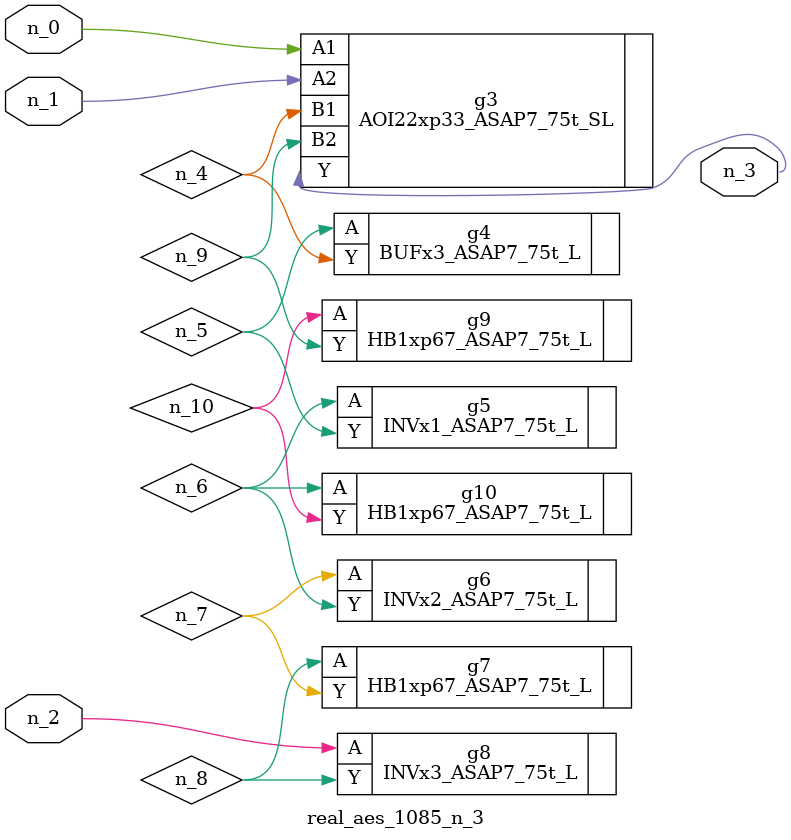
<source format=v>
module real_aes_1085_n_3 (n_0, n_2, n_1, n_3);
input n_0;
input n_2;
input n_1;
output n_3;
wire n_4;
wire n_5;
wire n_7;
wire n_9;
wire n_6;
wire n_8;
wire n_10;
AOI22xp33_ASAP7_75t_SL g3 ( .A1(n_0), .A2(n_1), .B1(n_4), .B2(n_9), .Y(n_3) );
INVx3_ASAP7_75t_L g8 ( .A(n_2), .Y(n_8) );
BUFx3_ASAP7_75t_L g4 ( .A(n_5), .Y(n_4) );
INVx1_ASAP7_75t_L g5 ( .A(n_6), .Y(n_5) );
HB1xp67_ASAP7_75t_L g10 ( .A(n_6), .Y(n_10) );
INVx2_ASAP7_75t_L g6 ( .A(n_7), .Y(n_6) );
HB1xp67_ASAP7_75t_L g7 ( .A(n_8), .Y(n_7) );
HB1xp67_ASAP7_75t_L g9 ( .A(n_10), .Y(n_9) );
endmodule
</source>
